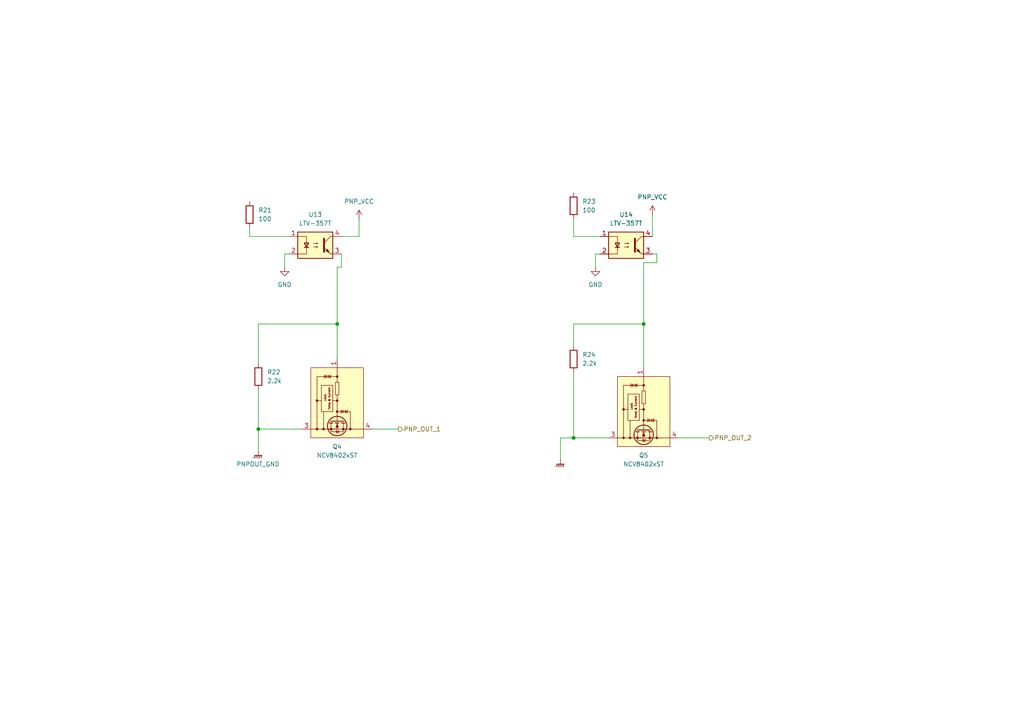
<source format=kicad_sch>
(kicad_sch
	(version 20250114)
	(generator "eeschema")
	(generator_version "9.0")
	(uuid "f05f06e6-9e8a-42a9-aba8-8fb7b834c91d")
	(paper "A4")
	(lib_symbols
		(symbol "Device:R"
			(pin_numbers
				(hide yes)
			)
			(pin_names
				(offset 0)
			)
			(exclude_from_sim no)
			(in_bom yes)
			(on_board yes)
			(property "Reference" "R"
				(at 2.032 0 90)
				(effects
					(font
						(size 1.27 1.27)
					)
				)
			)
			(property "Value" "R"
				(at 0 0 90)
				(effects
					(font
						(size 1.27 1.27)
					)
				)
			)
			(property "Footprint" ""
				(at -1.778 0 90)
				(effects
					(font
						(size 1.27 1.27)
					)
					(hide yes)
				)
			)
			(property "Datasheet" "~"
				(at 0 0 0)
				(effects
					(font
						(size 1.27 1.27)
					)
					(hide yes)
				)
			)
			(property "Description" "Resistor"
				(at 0 0 0)
				(effects
					(font
						(size 1.27 1.27)
					)
					(hide yes)
				)
			)
			(property "ki_keywords" "R res resistor"
				(at 0 0 0)
				(effects
					(font
						(size 1.27 1.27)
					)
					(hide yes)
				)
			)
			(property "ki_fp_filters" "R_*"
				(at 0 0 0)
				(effects
					(font
						(size 1.27 1.27)
					)
					(hide yes)
				)
			)
			(symbol "R_0_1"
				(rectangle
					(start -1.016 -2.54)
					(end 1.016 2.54)
					(stroke
						(width 0.254)
						(type default)
					)
					(fill
						(type none)
					)
				)
			)
			(symbol "R_1_1"
				(pin passive line
					(at 0 3.81 270)
					(length 1.27)
					(name "~"
						(effects
							(font
								(size 1.27 1.27)
							)
						)
					)
					(number "1"
						(effects
							(font
								(size 1.27 1.27)
							)
						)
					)
				)
				(pin passive line
					(at 0 -3.81 90)
					(length 1.27)
					(name "~"
						(effects
							(font
								(size 1.27 1.27)
							)
						)
					)
					(number "2"
						(effects
							(font
								(size 1.27 1.27)
							)
						)
					)
				)
			)
			(embedded_fonts no)
		)
		(symbol "Driver_FET:NCV8402xST"
			(pin_names
				(offset 0)
				(hide yes)
			)
			(exclude_from_sim no)
			(in_bom yes)
			(on_board yes)
			(property "Reference" "Q"
				(at 5.08 8.89 0)
				(effects
					(font
						(size 1.27 1.27)
					)
					(justify right)
				)
			)
			(property "Value" "NCV8402xST"
				(at -11.43 8.89 0)
				(effects
					(font
						(size 1.27 1.27)
					)
					(justify left)
				)
			)
			(property "Footprint" "Package_TO_SOT_SMD:SOT-223"
				(at 0 -7.112 0)
				(effects
					(font
						(size 1.27 1.27)
					)
					(hide yes)
				)
			)
			(property "Datasheet" "https://www.onsemi.com/pub/Collateral/NCV8402-D.PDF"
				(at 7.62 0 0)
				(effects
					(font
						(size 1.27 1.27)
					)
					(hide yes)
				)
			)
			(property "Description" "Self-Protected Low Side Driver with Temperature and Current Limit, SOT−223"
				(at 0 0 0)
				(effects
					(font
						(size 1.27 1.27)
					)
					(hide yes)
				)
			)
			(property "ki_keywords" "MOSFET ESD Overcurrent"
				(at 0 0 0)
				(effects
					(font
						(size 1.27 1.27)
					)
					(hide yes)
				)
			)
			(property "ki_fp_filters" "SOT?223*"
				(at 0 0 0)
				(effects
					(font
						(size 1.27 1.27)
					)
					(hide yes)
				)
			)
			(symbol "NCV8402xST_0_0"
				(rectangle
					(start -10.16 7.62)
					(end 10.16 -7.62)
					(stroke
						(width 0)
						(type default)
					)
					(fill
						(type background)
					)
				)
				(rectangle
					(start -5.969 0.508)
					(end -2.286 -0.508)
					(stroke
						(width 0)
						(type default)
					)
					(fill
						(type none)
					)
				)
				(polyline
					(pts
						(xy -0.635 -1.27) (xy -0.635 -0.635) (xy -0.635 0)
					)
					(stroke
						(width 0)
						(type default)
					)
					(fill
						(type none)
					)
				)
				(polyline
					(pts
						(xy -0.635 -5.842) (xy -7.62 -5.842) (xy -7.62 0) (xy -6.096 0)
					)
					(stroke
						(width 0)
						(type default)
					)
					(fill
						(type none)
					)
				)
				(polyline
					(pts
						(xy 2.54 0) (xy -2.286 0) (xy -0.889 0)
					)
					(stroke
						(width 0)
						(type default)
					)
					(fill
						(type none)
					)
				)
				(polyline
					(pts
						(xy 2.54 0) (xy 2.54 3.81) (xy 7.62 3.81)
					)
					(stroke
						(width 0)
						(type default)
					)
					(fill
						(type none)
					)
				)
				(polyline
					(pts
						(xy 7.62 2.54) (xy 7.62 7.62)
					)
					(stroke
						(width 0)
						(type default)
					)
					(fill
						(type none)
					)
				)
				(polyline
					(pts
						(xy 7.62 2.54) (xy 7.62 -7.62)
					)
					(stroke
						(width 0)
						(type default)
					)
					(fill
						(type none)
					)
				)
				(polyline
					(pts
						(xy 7.62 -5.842) (xy -0.635 -5.842) (xy -0.635 -4.572)
					)
					(stroke
						(width 0)
						(type default)
					)
					(fill
						(type none)
					)
				)
				(text "Limit"
					(at -1.524 -3.429 0)
					(effects
						(font
							(size 0.5334 0.5334)
						)
					)
				)
				(text "Temp & Current"
					(at -1.27 -2.286 0)
					(effects
						(font
							(size 0.5334 0.5334)
						)
					)
				)
			)
			(symbol "NCV8402xST_0_1"
				(polyline
					(pts
						(xy -7.62 0) (xy -10.16 0)
					)
					(stroke
						(width 0)
						(type default)
					)
					(fill
						(type none)
					)
				)
				(rectangle
					(start -5.08 -1.27)
					(end 2.54 -4.572)
					(stroke
						(width 0)
						(type default)
					)
					(fill
						(type none)
					)
				)
				(polyline
					(pts
						(xy 7.62 -3.937) (xy 2.667 -3.937)
					)
					(stroke
						(width 0)
						(type default)
					)
					(fill
						(type none)
					)
				)
			)
			(symbol "NCV8402xST_1_1"
				(polyline
					(pts
						(xy -8.128 -1.778) (xy -8.001 -1.905) (xy -7.239 -1.905) (xy -7.112 -2.032)
					)
					(stroke
						(width 0)
						(type default)
					)
					(fill
						(type none)
					)
				)
				(circle
					(center -7.62 0)
					(radius 0.2794)
					(stroke
						(width 0)
						(type default)
					)
					(fill
						(type outline)
					)
				)
				(polyline
					(pts
						(xy -7.62 -1.905) (xy -8.001 -2.54) (xy -7.239 -2.54) (xy -7.62 -1.905)
					)
					(stroke
						(width 0)
						(type default)
					)
					(fill
						(type none)
					)
				)
				(polyline
					(pts
						(xy -7.62 -3.683) (xy -7.239 -3.048) (xy -8.001 -3.048) (xy -7.62 -3.683)
					)
					(stroke
						(width 0)
						(type default)
					)
					(fill
						(type none)
					)
				)
				(polyline
					(pts
						(xy -7.112 -3.81) (xy -7.239 -3.683) (xy -8.001 -3.683) (xy -8.128 -3.556)
					)
					(stroke
						(width 0)
						(type default)
					)
					(fill
						(type none)
					)
				)
				(circle
					(center -0.635 0)
					(radius 0.2794)
					(stroke
						(width 0)
						(type default)
					)
					(fill
						(type outline)
					)
				)
				(circle
					(center -0.635 -5.842)
					(radius 0.2794)
					(stroke
						(width 0)
						(type default)
					)
					(fill
						(type outline)
					)
				)
				(polyline
					(pts
						(xy 2.032 3.048) (xy 2.159 2.921) (xy 2.921 2.921) (xy 3.048 2.794)
					)
					(stroke
						(width 0)
						(type default)
					)
					(fill
						(type none)
					)
				)
				(polyline
					(pts
						(xy 2.54 2.921) (xy 2.159 2.286) (xy 2.921 2.286) (xy 2.54 2.921)
					)
					(stroke
						(width 0)
						(type default)
					)
					(fill
						(type none)
					)
				)
				(polyline
					(pts
						(xy 2.54 1.143) (xy 2.921 1.778) (xy 2.159 1.778) (xy 2.54 1.143)
					)
					(stroke
						(width 0)
						(type default)
					)
					(fill
						(type none)
					)
				)
				(polyline
					(pts
						(xy 2.54 0) (xy 5.334 0)
					)
					(stroke
						(width 0)
						(type default)
					)
					(fill
						(type none)
					)
				)
				(circle
					(center 2.54 0)
					(radius 0.2794)
					(stroke
						(width 0)
						(type default)
					)
					(fill
						(type outline)
					)
				)
				(polyline
					(pts
						(xy 3.048 1.016) (xy 2.921 1.143) (xy 2.159 1.143) (xy 2.032 1.27)
					)
					(stroke
						(width 0)
						(type default)
					)
					(fill
						(type none)
					)
				)
				(polyline
					(pts
						(xy 5.334 1.905) (xy 5.334 -1.905) (xy 5.334 -1.905)
					)
					(stroke
						(width 0.254)
						(type default)
					)
					(fill
						(type none)
					)
				)
				(polyline
					(pts
						(xy 5.842 2.286) (xy 5.842 1.27)
					)
					(stroke
						(width 0.254)
						(type default)
					)
					(fill
						(type none)
					)
				)
				(polyline
					(pts
						(xy 5.842 1.778) (xy 7.62 1.778)
					)
					(stroke
						(width 0)
						(type default)
					)
					(fill
						(type none)
					)
				)
				(polyline
					(pts
						(xy 5.842 0.508) (xy 5.842 -0.508)
					)
					(stroke
						(width 0.254)
						(type default)
					)
					(fill
						(type none)
					)
				)
				(polyline
					(pts
						(xy 5.842 0) (xy 7.62 0)
					)
					(stroke
						(width 0)
						(type default)
					)
					(fill
						(type none)
					)
				)
				(polyline
					(pts
						(xy 5.842 -1.27) (xy 5.842 -2.286)
					)
					(stroke
						(width 0.254)
						(type default)
					)
					(fill
						(type none)
					)
				)
				(polyline
					(pts
						(xy 5.842 -1.778) (xy 7.62 -1.778)
					)
					(stroke
						(width 0)
						(type default)
					)
					(fill
						(type none)
					)
				)
				(polyline
					(pts
						(xy 6.096 0) (xy 7.112 0.381) (xy 7.112 -0.381) (xy 6.096 0)
					)
					(stroke
						(width 0)
						(type default)
					)
					(fill
						(type outline)
					)
				)
				(circle
					(center 6.731 0)
					(radius 2.8194)
					(stroke
						(width 0.254)
						(type default)
					)
					(fill
						(type none)
					)
				)
				(circle
					(center 7.62 3.81)
					(radius 0.2794)
					(stroke
						(width 0)
						(type default)
					)
					(fill
						(type outline)
					)
				)
				(polyline
					(pts
						(xy 7.62 2.54) (xy 7.62 1.778)
					)
					(stroke
						(width 0)
						(type default)
					)
					(fill
						(type none)
					)
				)
				(circle
					(center 7.62 1.778)
					(radius 0.2794)
					(stroke
						(width 0)
						(type default)
					)
					(fill
						(type outline)
					)
				)
				(polyline
					(pts
						(xy 7.62 -1.778) (xy 7.62 0)
					)
					(stroke
						(width 0)
						(type default)
					)
					(fill
						(type none)
					)
				)
				(polyline
					(pts
						(xy 7.62 -1.778) (xy 7.62 -2.54)
					)
					(stroke
						(width 0)
						(type default)
					)
					(fill
						(type none)
					)
				)
				(polyline
					(pts
						(xy 7.62 -1.778) (xy 8.382 -1.778) (xy 8.382 1.778) (xy 7.62 1.778)
					)
					(stroke
						(width 0)
						(type default)
					)
					(fill
						(type none)
					)
				)
				(circle
					(center 7.62 -1.778)
					(radius 0.2794)
					(stroke
						(width 0)
						(type default)
					)
					(fill
						(type outline)
					)
				)
				(circle
					(center 7.62 -3.937)
					(radius 0.2794)
					(stroke
						(width 0)
						(type default)
					)
					(fill
						(type outline)
					)
				)
				(circle
					(center 7.62 -5.842)
					(radius 0.2794)
					(stroke
						(width 0)
						(type default)
					)
					(fill
						(type outline)
					)
				)
				(polyline
					(pts
						(xy 7.874 0.508) (xy 8.001 0.381) (xy 8.763 0.381) (xy 8.89 0.254)
					)
					(stroke
						(width 0)
						(type default)
					)
					(fill
						(type none)
					)
				)
				(polyline
					(pts
						(xy 8.382 0.381) (xy 8.001 -0.254) (xy 8.763 -0.254) (xy 8.382 0.381)
					)
					(stroke
						(width 0)
						(type default)
					)
					(fill
						(type none)
					)
				)
				(pin input line
					(at -12.7 0 0)
					(length 2.54)
					(name "G"
						(effects
							(font
								(size 1.27 1.27)
							)
						)
					)
					(number "1"
						(effects
							(font
								(size 1.27 1.27)
							)
						)
					)
				)
				(pin passive line
					(at 7.62 10.16 270)
					(length 2.54)
					(hide yes)
					(name "D"
						(effects
							(font
								(size 1.27 1.27)
							)
						)
					)
					(number "2"
						(effects
							(font
								(size 1.27 1.27)
							)
						)
					)
				)
				(pin passive line
					(at 7.62 10.16 270)
					(length 2.54)
					(name "D"
						(effects
							(font
								(size 1.27 1.27)
							)
						)
					)
					(number "4"
						(effects
							(font
								(size 1.27 1.27)
							)
						)
					)
				)
				(pin passive line
					(at 7.62 -10.16 90)
					(length 2.54)
					(name "S"
						(effects
							(font
								(size 1.27 1.27)
							)
						)
					)
					(number "3"
						(effects
							(font
								(size 1.27 1.27)
							)
						)
					)
				)
			)
			(embedded_fonts no)
		)
		(symbol "Isolator:LTV-357T"
			(pin_names
				(offset 1.016)
			)
			(exclude_from_sim no)
			(in_bom yes)
			(on_board yes)
			(property "Reference" "U"
				(at -5.334 4.826 0)
				(effects
					(font
						(size 1.27 1.27)
					)
					(justify left)
				)
			)
			(property "Value" "LTV-357T"
				(at 0 5.08 0)
				(effects
					(font
						(size 1.27 1.27)
					)
					(justify left)
				)
			)
			(property "Footprint" "Package_SO:SO-4_4.4x3.6mm_P2.54mm"
				(at -5.08 -5.08 0)
				(effects
					(font
						(size 1.27 1.27)
						(italic yes)
					)
					(justify left)
					(hide yes)
				)
			)
			(property "Datasheet" "https://www.buerklin.com/medias/sys_master/download/download/h91/ha0/8892020588574.pdf"
				(at 0 0 0)
				(effects
					(font
						(size 1.27 1.27)
					)
					(justify left)
					(hide yes)
				)
			)
			(property "Description" "DC Optocoupler, Vce 35V, CTR 50%, SO-4"
				(at 0 0 0)
				(effects
					(font
						(size 1.27 1.27)
					)
					(hide yes)
				)
			)
			(property "ki_keywords" "NPN DC Optocoupler"
				(at 0 0 0)
				(effects
					(font
						(size 1.27 1.27)
					)
					(hide yes)
				)
			)
			(property "ki_fp_filters" "SO*4.4x3.6mm*P2.54mm*"
				(at 0 0 0)
				(effects
					(font
						(size 1.27 1.27)
					)
					(hide yes)
				)
			)
			(symbol "LTV-357T_0_1"
				(rectangle
					(start -5.08 3.81)
					(end 5.08 -3.81)
					(stroke
						(width 0.254)
						(type default)
					)
					(fill
						(type background)
					)
				)
				(polyline
					(pts
						(xy -5.08 2.54) (xy -2.54 2.54) (xy -2.54 -0.762)
					)
					(stroke
						(width 0)
						(type default)
					)
					(fill
						(type none)
					)
				)
				(polyline
					(pts
						(xy -3.175 -0.635) (xy -1.905 -0.635)
					)
					(stroke
						(width 0.254)
						(type default)
					)
					(fill
						(type none)
					)
				)
				(polyline
					(pts
						(xy -2.54 -0.635) (xy -2.54 -2.54) (xy -5.08 -2.54)
					)
					(stroke
						(width 0)
						(type default)
					)
					(fill
						(type none)
					)
				)
				(polyline
					(pts
						(xy -2.54 -0.635) (xy -3.175 0.635) (xy -1.905 0.635) (xy -2.54 -0.635)
					)
					(stroke
						(width 0.254)
						(type default)
					)
					(fill
						(type none)
					)
				)
				(polyline
					(pts
						(xy -0.508 0.508) (xy 0.762 0.508) (xy 0.381 0.381) (xy 0.381 0.635) (xy 0.762 0.508)
					)
					(stroke
						(width 0)
						(type default)
					)
					(fill
						(type none)
					)
				)
				(polyline
					(pts
						(xy -0.508 -0.508) (xy 0.762 -0.508) (xy 0.381 -0.635) (xy 0.381 -0.381) (xy 0.762 -0.508)
					)
					(stroke
						(width 0)
						(type default)
					)
					(fill
						(type none)
					)
				)
				(polyline
					(pts
						(xy 2.54 1.905) (xy 2.54 -1.905) (xy 2.54 -1.905)
					)
					(stroke
						(width 0.508)
						(type default)
					)
					(fill
						(type none)
					)
				)
				(polyline
					(pts
						(xy 2.54 0.635) (xy 4.445 2.54)
					)
					(stroke
						(width 0)
						(type default)
					)
					(fill
						(type none)
					)
				)
				(polyline
					(pts
						(xy 3.048 -1.651) (xy 3.556 -1.143) (xy 4.064 -2.159) (xy 3.048 -1.651) (xy 3.048 -1.651)
					)
					(stroke
						(width 0)
						(type default)
					)
					(fill
						(type outline)
					)
				)
				(polyline
					(pts
						(xy 4.445 2.54) (xy 5.08 2.54)
					)
					(stroke
						(width 0)
						(type default)
					)
					(fill
						(type none)
					)
				)
				(polyline
					(pts
						(xy 4.445 -2.54) (xy 2.54 -0.635)
					)
					(stroke
						(width 0)
						(type default)
					)
					(fill
						(type outline)
					)
				)
				(polyline
					(pts
						(xy 4.445 -2.54) (xy 5.08 -2.54)
					)
					(stroke
						(width 0)
						(type default)
					)
					(fill
						(type none)
					)
				)
			)
			(symbol "LTV-357T_1_1"
				(pin passive line
					(at -7.62 2.54 0)
					(length 2.54)
					(name "~"
						(effects
							(font
								(size 1.27 1.27)
							)
						)
					)
					(number "1"
						(effects
							(font
								(size 1.27 1.27)
							)
						)
					)
				)
				(pin passive line
					(at -7.62 -2.54 0)
					(length 2.54)
					(name "~"
						(effects
							(font
								(size 1.27 1.27)
							)
						)
					)
					(number "2"
						(effects
							(font
								(size 1.27 1.27)
							)
						)
					)
				)
				(pin passive line
					(at 7.62 2.54 180)
					(length 2.54)
					(name "~"
						(effects
							(font
								(size 1.27 1.27)
							)
						)
					)
					(number "4"
						(effects
							(font
								(size 1.27 1.27)
							)
						)
					)
				)
				(pin passive line
					(at 7.62 -2.54 180)
					(length 2.54)
					(name "~"
						(effects
							(font
								(size 1.27 1.27)
							)
						)
					)
					(number "3"
						(effects
							(font
								(size 1.27 1.27)
							)
						)
					)
				)
			)
			(embedded_fonts no)
		)
		(symbol "power:GND"
			(power)
			(pin_numbers
				(hide yes)
			)
			(pin_names
				(offset 0)
				(hide yes)
			)
			(exclude_from_sim no)
			(in_bom yes)
			(on_board yes)
			(property "Reference" "#PWR"
				(at 0 -6.35 0)
				(effects
					(font
						(size 1.27 1.27)
					)
					(hide yes)
				)
			)
			(property "Value" "GND"
				(at 0 -3.81 0)
				(effects
					(font
						(size 1.27 1.27)
					)
				)
			)
			(property "Footprint" ""
				(at 0 0 0)
				(effects
					(font
						(size 1.27 1.27)
					)
					(hide yes)
				)
			)
			(property "Datasheet" ""
				(at 0 0 0)
				(effects
					(font
						(size 1.27 1.27)
					)
					(hide yes)
				)
			)
			(property "Description" "Power symbol creates a global label with name \"GND\" , ground"
				(at 0 0 0)
				(effects
					(font
						(size 1.27 1.27)
					)
					(hide yes)
				)
			)
			(property "ki_keywords" "global power"
				(at 0 0 0)
				(effects
					(font
						(size 1.27 1.27)
					)
					(hide yes)
				)
			)
			(symbol "GND_0_1"
				(polyline
					(pts
						(xy 0 0) (xy 0 -1.27) (xy 1.27 -1.27) (xy 0 -2.54) (xy -1.27 -1.27) (xy 0 -1.27)
					)
					(stroke
						(width 0)
						(type default)
					)
					(fill
						(type none)
					)
				)
			)
			(symbol "GND_1_1"
				(pin power_in line
					(at 0 0 270)
					(length 0)
					(name "~"
						(effects
							(font
								(size 1.27 1.27)
							)
						)
					)
					(number "1"
						(effects
							(font
								(size 1.27 1.27)
							)
						)
					)
				)
			)
			(embedded_fonts no)
		)
		(symbol "power:GNDPWR"
			(power)
			(pin_numbers
				(hide yes)
			)
			(pin_names
				(offset 0)
				(hide yes)
			)
			(exclude_from_sim no)
			(in_bom yes)
			(on_board yes)
			(property "Reference" "#PWR"
				(at 0 -5.08 0)
				(effects
					(font
						(size 1.27 1.27)
					)
					(hide yes)
				)
			)
			(property "Value" "GNDPWR"
				(at 0 -3.302 0)
				(effects
					(font
						(size 1.27 1.27)
					)
				)
			)
			(property "Footprint" ""
				(at 0 -1.27 0)
				(effects
					(font
						(size 1.27 1.27)
					)
					(hide yes)
				)
			)
			(property "Datasheet" ""
				(at 0 -1.27 0)
				(effects
					(font
						(size 1.27 1.27)
					)
					(hide yes)
				)
			)
			(property "Description" "Power symbol creates a global label with name \"GNDPWR\" , global ground"
				(at 0 0 0)
				(effects
					(font
						(size 1.27 1.27)
					)
					(hide yes)
				)
			)
			(property "ki_keywords" "global ground"
				(at 0 0 0)
				(effects
					(font
						(size 1.27 1.27)
					)
					(hide yes)
				)
			)
			(symbol "GNDPWR_0_1"
				(polyline
					(pts
						(xy -1.016 -1.27) (xy -1.27 -2.032) (xy -1.27 -2.032)
					)
					(stroke
						(width 0.2032)
						(type default)
					)
					(fill
						(type none)
					)
				)
				(polyline
					(pts
						(xy -0.508 -1.27) (xy -0.762 -2.032) (xy -0.762 -2.032)
					)
					(stroke
						(width 0.2032)
						(type default)
					)
					(fill
						(type none)
					)
				)
				(polyline
					(pts
						(xy 0 -1.27) (xy 0 0)
					)
					(stroke
						(width 0)
						(type default)
					)
					(fill
						(type none)
					)
				)
				(polyline
					(pts
						(xy 0 -1.27) (xy -0.254 -2.032) (xy -0.254 -2.032)
					)
					(stroke
						(width 0.2032)
						(type default)
					)
					(fill
						(type none)
					)
				)
				(polyline
					(pts
						(xy 0.508 -1.27) (xy 0.254 -2.032) (xy 0.254 -2.032)
					)
					(stroke
						(width 0.2032)
						(type default)
					)
					(fill
						(type none)
					)
				)
				(polyline
					(pts
						(xy 1.016 -1.27) (xy -1.016 -1.27) (xy -1.016 -1.27)
					)
					(stroke
						(width 0.2032)
						(type default)
					)
					(fill
						(type none)
					)
				)
				(polyline
					(pts
						(xy 1.016 -1.27) (xy 0.762 -2.032) (xy 0.762 -2.032) (xy 0.762 -2.032)
					)
					(stroke
						(width 0.2032)
						(type default)
					)
					(fill
						(type none)
					)
				)
			)
			(symbol "GNDPWR_1_1"
				(pin power_in line
					(at 0 0 270)
					(length 0)
					(name "~"
						(effects
							(font
								(size 1.27 1.27)
							)
						)
					)
					(number "1"
						(effects
							(font
								(size 1.27 1.27)
							)
						)
					)
				)
			)
			(embedded_fonts no)
		)
		(symbol "power:VCC"
			(power)
			(pin_numbers
				(hide yes)
			)
			(pin_names
				(offset 0)
				(hide yes)
			)
			(exclude_from_sim no)
			(in_bom yes)
			(on_board yes)
			(property "Reference" "#PWR"
				(at 0 -3.81 0)
				(effects
					(font
						(size 1.27 1.27)
					)
					(hide yes)
				)
			)
			(property "Value" "VCC"
				(at 0 3.556 0)
				(effects
					(font
						(size 1.27 1.27)
					)
				)
			)
			(property "Footprint" ""
				(at 0 0 0)
				(effects
					(font
						(size 1.27 1.27)
					)
					(hide yes)
				)
			)
			(property "Datasheet" ""
				(at 0 0 0)
				(effects
					(font
						(size 1.27 1.27)
					)
					(hide yes)
				)
			)
			(property "Description" "Power symbol creates a global label with name \"VCC\""
				(at 0 0 0)
				(effects
					(font
						(size 1.27 1.27)
					)
					(hide yes)
				)
			)
			(property "ki_keywords" "global power"
				(at 0 0 0)
				(effects
					(font
						(size 1.27 1.27)
					)
					(hide yes)
				)
			)
			(symbol "VCC_0_1"
				(polyline
					(pts
						(xy -0.762 1.27) (xy 0 2.54)
					)
					(stroke
						(width 0)
						(type default)
					)
					(fill
						(type none)
					)
				)
				(polyline
					(pts
						(xy 0 2.54) (xy 0.762 1.27)
					)
					(stroke
						(width 0)
						(type default)
					)
					(fill
						(type none)
					)
				)
				(polyline
					(pts
						(xy 0 0) (xy 0 2.54)
					)
					(stroke
						(width 0)
						(type default)
					)
					(fill
						(type none)
					)
				)
			)
			(symbol "VCC_1_1"
				(pin power_in line
					(at 0 0 90)
					(length 0)
					(name "~"
						(effects
							(font
								(size 1.27 1.27)
							)
						)
					)
					(number "1"
						(effects
							(font
								(size 1.27 1.27)
							)
						)
					)
				)
			)
			(embedded_fonts no)
		)
	)
	(junction
		(at 97.79 93.98)
		(diameter 0)
		(color 0 0 0 0)
		(uuid "39c96e9a-abe5-4030-aa13-a8fd8aaa1d1b")
	)
	(junction
		(at 74.93 124.46)
		(diameter 0)
		(color 0 0 0 0)
		(uuid "90da4755-18ef-48cd-b717-fb97fbec4376")
	)
	(junction
		(at 166.37 127)
		(diameter 0)
		(color 0 0 0 0)
		(uuid "d0d3c8d5-3913-432b-99d5-9269c0a53892")
	)
	(junction
		(at 186.69 93.98)
		(diameter 0)
		(color 0 0 0 0)
		(uuid "ea420edd-6fd3-440e-9ed2-391380b90098")
	)
	(wire
		(pts
			(xy 162.56 127) (xy 166.37 127)
		)
		(stroke
			(width 0)
			(type default)
		)
		(uuid "0bb7cdf5-557c-40af-8bdc-34da9b34598d")
	)
	(wire
		(pts
			(xy 107.95 124.46) (xy 115.57 124.46)
		)
		(stroke
			(width 0)
			(type default)
		)
		(uuid "11398cb7-b06d-4a00-9881-a58c6710a233")
	)
	(wire
		(pts
			(xy 72.39 68.58) (xy 83.82 68.58)
		)
		(stroke
			(width 0)
			(type default)
		)
		(uuid "12755c11-30c1-4a9c-8a19-d5dbc5dee35d")
	)
	(wire
		(pts
			(xy 104.14 68.58) (xy 99.06 68.58)
		)
		(stroke
			(width 0)
			(type default)
		)
		(uuid "167a5406-6397-4afb-8225-845f372a85e2")
	)
	(wire
		(pts
			(xy 172.72 73.66) (xy 173.99 73.66)
		)
		(stroke
			(width 0)
			(type default)
		)
		(uuid "176ecaf1-17ea-4048-90a8-7bb1a4730d9f")
	)
	(wire
		(pts
			(xy 74.93 93.98) (xy 97.79 93.98)
		)
		(stroke
			(width 0)
			(type default)
		)
		(uuid "1954a665-4202-4dad-a5ec-8e7bc081a4c3")
	)
	(wire
		(pts
			(xy 162.56 127) (xy 162.56 133.35)
		)
		(stroke
			(width 0)
			(type default)
		)
		(uuid "20c0c54e-0b17-4e78-a6b1-3dd865310c3f")
	)
	(wire
		(pts
			(xy 97.79 104.14) (xy 97.79 93.98)
		)
		(stroke
			(width 0)
			(type default)
		)
		(uuid "24d1300e-ddc6-4e57-a87e-d5286ae963de")
	)
	(wire
		(pts
			(xy 186.69 76.2) (xy 190.5 76.2)
		)
		(stroke
			(width 0)
			(type default)
		)
		(uuid "34b71abd-c3bf-414c-9766-2a1b5adb4113")
	)
	(wire
		(pts
			(xy 72.39 66.04) (xy 72.39 68.58)
		)
		(stroke
			(width 0)
			(type default)
		)
		(uuid "4c360b1d-a0a9-4cce-a5c8-f61bdd6fe3c3")
	)
	(wire
		(pts
			(xy 74.93 130.81) (xy 74.93 124.46)
		)
		(stroke
			(width 0)
			(type default)
		)
		(uuid "4ed8be1e-439c-4880-9b12-6c96245dccb5")
	)
	(wire
		(pts
			(xy 166.37 93.98) (xy 186.69 93.98)
		)
		(stroke
			(width 0)
			(type default)
		)
		(uuid "50947d51-aff3-414f-b4ae-e8523f1c5e6c")
	)
	(wire
		(pts
			(xy 97.79 93.98) (xy 97.79 77.47)
		)
		(stroke
			(width 0)
			(type default)
		)
		(uuid "56d8c095-f2f6-4e9c-8375-557e4b87d806")
	)
	(wire
		(pts
			(xy 97.79 77.47) (xy 99.06 77.47)
		)
		(stroke
			(width 0)
			(type default)
		)
		(uuid "58b673d0-0080-4bf8-a0d8-4ae29feb5ba4")
	)
	(wire
		(pts
			(xy 166.37 107.95) (xy 166.37 127)
		)
		(stroke
			(width 0)
			(type default)
		)
		(uuid "5de35fa1-ab29-4cfc-9b61-bf2179d077e9")
	)
	(wire
		(pts
			(xy 190.5 73.66) (xy 190.5 76.2)
		)
		(stroke
			(width 0)
			(type default)
		)
		(uuid "65769086-4e66-4c94-9edb-fc52b5251958")
	)
	(wire
		(pts
			(xy 196.85 127) (xy 205.74 127)
		)
		(stroke
			(width 0)
			(type default)
		)
		(uuid "8506268c-e01c-4e94-8690-0d551fbfcb9c")
	)
	(wire
		(pts
			(xy 82.55 77.47) (xy 82.55 73.66)
		)
		(stroke
			(width 0)
			(type default)
		)
		(uuid "8759c0c9-12b6-4a30-8474-7e2ba4a3409d")
	)
	(wire
		(pts
			(xy 166.37 127) (xy 176.53 127)
		)
		(stroke
			(width 0)
			(type default)
		)
		(uuid "8db895a1-26c2-4b18-b6f3-1b99640d5fb6")
	)
	(wire
		(pts
			(xy 189.23 62.23) (xy 189.23 68.58)
		)
		(stroke
			(width 0)
			(type default)
		)
		(uuid "8f6a8d08-a72d-4852-8344-30fe474fce15")
	)
	(wire
		(pts
			(xy 74.93 113.03) (xy 74.93 124.46)
		)
		(stroke
			(width 0)
			(type default)
		)
		(uuid "90d61fdf-58c2-4a65-865a-77ba1055159a")
	)
	(wire
		(pts
			(xy 74.93 105.41) (xy 74.93 93.98)
		)
		(stroke
			(width 0)
			(type default)
		)
		(uuid "9367056a-420d-4793-b93f-dcb5f4968451")
	)
	(wire
		(pts
			(xy 166.37 100.33) (xy 166.37 93.98)
		)
		(stroke
			(width 0)
			(type default)
		)
		(uuid "9bd9b7db-7a1a-4203-acc2-6c787ad8e8e0")
	)
	(wire
		(pts
			(xy 186.69 93.98) (xy 186.69 76.2)
		)
		(stroke
			(width 0)
			(type default)
		)
		(uuid "a3dd3909-cedd-4d40-9d99-acff12f31552")
	)
	(wire
		(pts
			(xy 74.93 124.46) (xy 87.63 124.46)
		)
		(stroke
			(width 0)
			(type default)
		)
		(uuid "a49c2ce0-32c5-4ce1-994c-7a0298afe0ef")
	)
	(wire
		(pts
			(xy 172.72 77.47) (xy 172.72 73.66)
		)
		(stroke
			(width 0)
			(type default)
		)
		(uuid "bd13ac11-f263-449c-8612-eab68e83e589")
	)
	(wire
		(pts
			(xy 166.37 68.58) (xy 173.99 68.58)
		)
		(stroke
			(width 0)
			(type default)
		)
		(uuid "cc88f3f4-42b8-437c-8309-1ed08b74c909")
	)
	(wire
		(pts
			(xy 104.14 63.5) (xy 104.14 68.58)
		)
		(stroke
			(width 0)
			(type default)
		)
		(uuid "cdaedf58-6964-45a9-af6e-2857d9bf05f5")
	)
	(wire
		(pts
			(xy 189.23 73.66) (xy 190.5 73.66)
		)
		(stroke
			(width 0)
			(type default)
		)
		(uuid "d6583610-6168-4a0b-a8dd-e1e224994aa6")
	)
	(wire
		(pts
			(xy 166.37 63.5) (xy 166.37 68.58)
		)
		(stroke
			(width 0)
			(type default)
		)
		(uuid "daed29e7-59df-4efe-bfc6-2fd03142cc6d")
	)
	(wire
		(pts
			(xy 82.55 73.66) (xy 83.82 73.66)
		)
		(stroke
			(width 0)
			(type default)
		)
		(uuid "db4ac2c1-ac10-4b5f-942f-193b58897d6c")
	)
	(wire
		(pts
			(xy 99.06 77.47) (xy 99.06 73.66)
		)
		(stroke
			(width 0)
			(type default)
		)
		(uuid "e0d997bc-7ae9-448d-af41-eefbe11e4f1d")
	)
	(wire
		(pts
			(xy 186.69 106.68) (xy 186.69 93.98)
		)
		(stroke
			(width 0)
			(type default)
		)
		(uuid "e2ca9390-dbd1-49f9-a775-027d1c1ecbac")
	)
	(hierarchical_label "PNP_OUT_1"
		(shape output)
		(at 115.57 124.46 0)
		(effects
			(font
				(size 1.27 1.27)
			)
			(justify left)
		)
		(uuid "2f5b5c8b-6ba6-4166-a45b-87888445de73")
	)
	(hierarchical_label "PNP_OUT_2"
		(shape output)
		(at 205.74 127 0)
		(effects
			(font
				(size 1.27 1.27)
			)
			(justify left)
		)
		(uuid "3ff3a677-3235-42ff-ba74-a97daa30df74")
	)
	(symbol
		(lib_id "Driver_FET:NCV8402xST")
		(at 186.69 119.38 270)
		(unit 1)
		(exclude_from_sim no)
		(in_bom yes)
		(on_board yes)
		(dnp no)
		(fields_autoplaced yes)
		(uuid "24ffc3d3-348c-4c4e-8092-b33c18a7fcde")
		(property "Reference" "Q5"
			(at 186.69 132.08 90)
			(effects
				(font
					(size 1.27 1.27)
				)
			)
		)
		(property "Value" "NCV8402xST"
			(at 186.69 134.62 90)
			(effects
				(font
					(size 1.27 1.27)
				)
			)
		)
		(property "Footprint" "Package_TO_SOT_SMD:SOT-223"
			(at 179.578 119.38 0)
			(effects
				(font
					(size 1.27 1.27)
				)
				(hide yes)
			)
		)
		(property "Datasheet" "https://www.onsemi.com/pub/Collateral/NCV8402-D.PDF"
			(at 186.69 127 0)
			(effects
				(font
					(size 1.27 1.27)
				)
				(hide yes)
			)
		)
		(property "Description" "Self-Protected Low Side Driver with Temperature and Current Limit, SOT−223"
			(at 186.69 119.38 0)
			(effects
				(font
					(size 1.27 1.27)
				)
				(hide yes)
			)
		)
		(pin "2"
			(uuid "60ddeb59-ecb5-4d33-bacb-34b385de37eb")
		)
		(pin "4"
			(uuid "d7cac65b-7464-406e-a698-fe84d129830c")
		)
		(pin "1"
			(uuid "048511c8-2e7c-4d52-80c0-232d934c1268")
		)
		(pin "3"
			(uuid "58651321-5902-42b7-a548-061446034338")
		)
		(instances
			(project "NIVARA PROJECT"
				(path "/dc6fb271-dfd0-4448-98f1-862b1cc93a80/2ca62569-d560-4cca-9470-52fd378086ae/d82b4dad-668a-49c5-962f-01960242438d"
					(reference "Q5")
					(unit 1)
				)
			)
		)
	)
	(symbol
		(lib_id "Isolator:LTV-357T")
		(at 181.61 71.12 0)
		(unit 1)
		(exclude_from_sim no)
		(in_bom yes)
		(on_board yes)
		(dnp no)
		(fields_autoplaced yes)
		(uuid "277d8194-59c1-4ea0-9027-8f595b62e69b")
		(property "Reference" "U14"
			(at 181.61 62.23 0)
			(effects
				(font
					(size 1.27 1.27)
				)
			)
		)
		(property "Value" "LTV-357T"
			(at 181.61 64.77 0)
			(effects
				(font
					(size 1.27 1.27)
				)
			)
		)
		(property "Footprint" "Package_SO:SO-4_4.4x3.6mm_P2.54mm"
			(at 176.53 76.2 0)
			(effects
				(font
					(size 1.27 1.27)
					(italic yes)
				)
				(justify left)
				(hide yes)
			)
		)
		(property "Datasheet" "https://www.buerklin.com/medias/sys_master/download/download/h91/ha0/8892020588574.pdf"
			(at 181.61 71.12 0)
			(effects
				(font
					(size 1.27 1.27)
				)
				(justify left)
				(hide yes)
			)
		)
		(property "Description" "DC Optocoupler, Vce 35V, CTR 50%, SO-4"
			(at 181.61 71.12 0)
			(effects
				(font
					(size 1.27 1.27)
				)
				(hide yes)
			)
		)
		(pin "2"
			(uuid "325f8776-c8ea-455c-89a0-bf1fe9a89e4d")
		)
		(pin "1"
			(uuid "015debe0-b872-4b80-a828-2adeefe875dd")
		)
		(pin "4"
			(uuid "e1f86c31-5809-4319-8f84-05b53fe8e4cd")
		)
		(pin "3"
			(uuid "4ff17220-9a5f-4b23-a2eb-11d1582f8d95")
		)
		(instances
			(project "NIVARA PROJECT"
				(path "/dc6fb271-dfd0-4448-98f1-862b1cc93a80/2ca62569-d560-4cca-9470-52fd378086ae/d82b4dad-668a-49c5-962f-01960242438d"
					(reference "U14")
					(unit 1)
				)
			)
		)
	)
	(symbol
		(lib_id "power:GNDPWR")
		(at 162.56 133.35 0)
		(unit 1)
		(exclude_from_sim no)
		(in_bom yes)
		(on_board yes)
		(dnp no)
		(uuid "37533383-22ba-47e7-9743-391698dd24e8")
		(property "Reference" "#PWR058"
			(at 162.56 138.43 0)
			(effects
				(font
					(size 1.27 1.27)
				)
				(hide yes)
			)
		)
		(property "Value" "PNPOUT_GND"
			(at 177.673 143.51 0)
			(effects
				(font
					(size 1.27 1.27)
				)
				(hide yes)
			)
		)
		(property "Footprint" ""
			(at 162.56 134.62 0)
			(effects
				(font
					(size 1.27 1.27)
				)
				(hide yes)
			)
		)
		(property "Datasheet" ""
			(at 162.56 134.62 0)
			(effects
				(font
					(size 1.27 1.27)
				)
				(hide yes)
			)
		)
		(property "Description" "Power symbol creates a global label with name \"GNDPWR\" , global ground"
			(at 162.56 133.35 0)
			(effects
				(font
					(size 1.27 1.27)
				)
				(hide yes)
			)
		)
		(pin "1"
			(uuid "7dceda5f-f1e6-43ed-b732-13b98771bfb2")
		)
		(instances
			(project "NIVARA PROJECT"
				(path "/dc6fb271-dfd0-4448-98f1-862b1cc93a80/2ca62569-d560-4cca-9470-52fd378086ae/d82b4dad-668a-49c5-962f-01960242438d"
					(reference "#PWR058")
					(unit 1)
				)
			)
		)
	)
	(symbol
		(lib_id "power:GND")
		(at 172.72 77.47 0)
		(unit 1)
		(exclude_from_sim no)
		(in_bom yes)
		(on_board yes)
		(dnp no)
		(fields_autoplaced yes)
		(uuid "383ba9b0-985e-4a57-8b47-ed420d7d75fe")
		(property "Reference" "#PWR056"
			(at 172.72 83.82 0)
			(effects
				(font
					(size 1.27 1.27)
				)
				(hide yes)
			)
		)
		(property "Value" "GND"
			(at 172.72 82.55 0)
			(effects
				(font
					(size 1.27 1.27)
				)
			)
		)
		(property "Footprint" ""
			(at 172.72 77.47 0)
			(effects
				(font
					(size 1.27 1.27)
				)
				(hide yes)
			)
		)
		(property "Datasheet" ""
			(at 172.72 77.47 0)
			(effects
				(font
					(size 1.27 1.27)
				)
				(hide yes)
			)
		)
		(property "Description" "Power symbol creates a global label with name \"GND\" , ground"
			(at 172.72 77.47 0)
			(effects
				(font
					(size 1.27 1.27)
				)
				(hide yes)
			)
		)
		(pin "1"
			(uuid "963ec56e-f72d-4729-8d1d-bdfbe72e4bd0")
		)
		(instances
			(project "NIVARA PROJECT"
				(path "/dc6fb271-dfd0-4448-98f1-862b1cc93a80/2ca62569-d560-4cca-9470-52fd378086ae/d82b4dad-668a-49c5-962f-01960242438d"
					(reference "#PWR056")
					(unit 1)
				)
			)
		)
	)
	(symbol
		(lib_id "Device:R")
		(at 72.39 62.23 0)
		(unit 1)
		(exclude_from_sim no)
		(in_bom yes)
		(on_board yes)
		(dnp no)
		(fields_autoplaced yes)
		(uuid "4198919f-7791-4efd-82f1-9ec9375195fd")
		(property "Reference" "R21"
			(at 74.93 60.9599 0)
			(effects
				(font
					(size 1.27 1.27)
				)
				(justify left)
			)
		)
		(property "Value" "100"
			(at 74.93 63.4999 0)
			(effects
				(font
					(size 1.27 1.27)
				)
				(justify left)
			)
		)
		(property "Footprint" ""
			(at 70.612 62.23 90)
			(effects
				(font
					(size 1.27 1.27)
				)
				(hide yes)
			)
		)
		(property "Datasheet" "~"
			(at 72.39 62.23 0)
			(effects
				(font
					(size 1.27 1.27)
				)
				(hide yes)
			)
		)
		(property "Description" "Resistor"
			(at 72.39 62.23 0)
			(effects
				(font
					(size 1.27 1.27)
				)
				(hide yes)
			)
		)
		(pin "1"
			(uuid "97ba7fd9-4eaa-41f1-b517-a59ccd468c91")
		)
		(pin "2"
			(uuid "9194252c-c10f-4d9e-a009-ffeadb3ed1e5")
		)
		(instances
			(project "NIVARA PROJECT"
				(path "/dc6fb271-dfd0-4448-98f1-862b1cc93a80/2ca62569-d560-4cca-9470-52fd378086ae/d82b4dad-668a-49c5-962f-01960242438d"
					(reference "R21")
					(unit 1)
				)
			)
		)
	)
	(symbol
		(lib_id "power:GNDPWR")
		(at 74.93 130.81 0)
		(unit 1)
		(exclude_from_sim no)
		(in_bom yes)
		(on_board yes)
		(dnp no)
		(uuid "58a3f2de-c8b6-4ae2-81b0-798452bf573a")
		(property "Reference" "#PWR059"
			(at 74.93 135.89 0)
			(effects
				(font
					(size 1.27 1.27)
				)
				(hide yes)
			)
		)
		(property "Value" "PNPOUT_GND"
			(at 74.803 134.62 0)
			(effects
				(font
					(size 1.27 1.27)
				)
			)
		)
		(property "Footprint" ""
			(at 74.93 132.08 0)
			(effects
				(font
					(size 1.27 1.27)
				)
				(hide yes)
			)
		)
		(property "Datasheet" ""
			(at 74.93 132.08 0)
			(effects
				(font
					(size 1.27 1.27)
				)
				(hide yes)
			)
		)
		(property "Description" "Power symbol creates a global label with name \"GNDPWR\" , global ground"
			(at 74.93 130.81 0)
			(effects
				(font
					(size 1.27 1.27)
				)
				(hide yes)
			)
		)
		(pin "1"
			(uuid "37ad1e71-8dde-478f-8d0f-2f3b2f098511")
		)
		(instances
			(project "NIVARA PROJECT"
				(path "/dc6fb271-dfd0-4448-98f1-862b1cc93a80/2ca62569-d560-4cca-9470-52fd378086ae/d82b4dad-668a-49c5-962f-01960242438d"
					(reference "#PWR059")
					(unit 1)
				)
			)
		)
	)
	(symbol
		(lib_id "Driver_FET:NCV8402xST")
		(at 97.79 116.84 270)
		(unit 1)
		(exclude_from_sim no)
		(in_bom yes)
		(on_board yes)
		(dnp no)
		(fields_autoplaced yes)
		(uuid "896f86d3-dd03-4d6f-b2b0-ff0bfdef3b75")
		(property "Reference" "Q4"
			(at 97.79 129.54 90)
			(effects
				(font
					(size 1.27 1.27)
				)
			)
		)
		(property "Value" "NCV8402xST"
			(at 97.79 132.08 90)
			(effects
				(font
					(size 1.27 1.27)
				)
			)
		)
		(property "Footprint" "Package_TO_SOT_SMD:SOT-223"
			(at 90.678 116.84 0)
			(effects
				(font
					(size 1.27 1.27)
				)
				(hide yes)
			)
		)
		(property "Datasheet" "https://www.onsemi.com/pub/Collateral/NCV8402-D.PDF"
			(at 97.79 124.46 0)
			(effects
				(font
					(size 1.27 1.27)
				)
				(hide yes)
			)
		)
		(property "Description" "Self-Protected Low Side Driver with Temperature and Current Limit, SOT−223"
			(at 97.79 116.84 0)
			(effects
				(font
					(size 1.27 1.27)
				)
				(hide yes)
			)
		)
		(pin "2"
			(uuid "029c6ba3-0a33-4f9b-83f0-bd0545caf271")
		)
		(pin "4"
			(uuid "65e767a2-795c-43e6-9d46-27d1a63b27a5")
		)
		(pin "1"
			(uuid "bcb7c9e4-a80e-41f0-a8a2-7fa6dc426ef2")
		)
		(pin "3"
			(uuid "fc2e754b-784b-4a3e-9a51-a662480d18b9")
		)
		(instances
			(project "NIVARA PROJECT"
				(path "/dc6fb271-dfd0-4448-98f1-862b1cc93a80/2ca62569-d560-4cca-9470-52fd378086ae/d82b4dad-668a-49c5-962f-01960242438d"
					(reference "Q4")
					(unit 1)
				)
			)
		)
	)
	(symbol
		(lib_id "Device:R")
		(at 166.37 59.69 180)
		(unit 1)
		(exclude_from_sim no)
		(in_bom yes)
		(on_board yes)
		(dnp no)
		(fields_autoplaced yes)
		(uuid "8e5c1e31-1ba3-42d4-9b1b-fbfa67d80511")
		(property "Reference" "R23"
			(at 168.91 58.4199 0)
			(effects
				(font
					(size 1.27 1.27)
				)
				(justify right)
			)
		)
		(property "Value" "100"
			(at 168.91 60.9599 0)
			(effects
				(font
					(size 1.27 1.27)
				)
				(justify right)
			)
		)
		(property "Footprint" ""
			(at 168.148 59.69 90)
			(effects
				(font
					(size 1.27 1.27)
				)
				(hide yes)
			)
		)
		(property "Datasheet" "~"
			(at 166.37 59.69 0)
			(effects
				(font
					(size 1.27 1.27)
				)
				(hide yes)
			)
		)
		(property "Description" "Resistor"
			(at 166.37 59.69 0)
			(effects
				(font
					(size 1.27 1.27)
				)
				(hide yes)
			)
		)
		(pin "1"
			(uuid "7287c38c-3e3c-4a18-98ff-b260b3054139")
		)
		(pin "2"
			(uuid "f3a355f8-3762-4f8b-ba65-3cc84fddf22f")
		)
		(instances
			(project "NIVARA PROJECT"
				(path "/dc6fb271-dfd0-4448-98f1-862b1cc93a80/2ca62569-d560-4cca-9470-52fd378086ae/d82b4dad-668a-49c5-962f-01960242438d"
					(reference "R23")
					(unit 1)
				)
			)
		)
	)
	(symbol
		(lib_id "power:GND")
		(at 82.55 77.47 0)
		(unit 1)
		(exclude_from_sim no)
		(in_bom yes)
		(on_board yes)
		(dnp no)
		(fields_autoplaced yes)
		(uuid "cea07f6a-631a-442f-9b81-ffe10050af3e")
		(property "Reference" "#PWR050"
			(at 82.55 83.82 0)
			(effects
				(font
					(size 1.27 1.27)
				)
				(hide yes)
			)
		)
		(property "Value" "GND"
			(at 82.55 82.55 0)
			(effects
				(font
					(size 1.27 1.27)
				)
			)
		)
		(property "Footprint" ""
			(at 82.55 77.47 0)
			(effects
				(font
					(size 1.27 1.27)
				)
				(hide yes)
			)
		)
		(property "Datasheet" ""
			(at 82.55 77.47 0)
			(effects
				(font
					(size 1.27 1.27)
				)
				(hide yes)
			)
		)
		(property "Description" "Power symbol creates a global label with name \"GND\" , ground"
			(at 82.55 77.47 0)
			(effects
				(font
					(size 1.27 1.27)
				)
				(hide yes)
			)
		)
		(pin "1"
			(uuid "766e4b8f-13f8-4328-9eb4-01d0b2191820")
		)
		(instances
			(project "NIVARA PROJECT"
				(path "/dc6fb271-dfd0-4448-98f1-862b1cc93a80/2ca62569-d560-4cca-9470-52fd378086ae/d82b4dad-668a-49c5-962f-01960242438d"
					(reference "#PWR050")
					(unit 1)
				)
			)
		)
	)
	(symbol
		(lib_id "power:VCC")
		(at 104.14 63.5 0)
		(unit 1)
		(exclude_from_sim no)
		(in_bom yes)
		(on_board yes)
		(dnp no)
		(fields_autoplaced yes)
		(uuid "d2ac5b92-9a8a-49f4-adb7-87bce3c97c9d")
		(property "Reference" "#PWR051"
			(at 104.14 67.31 0)
			(effects
				(font
					(size 1.27 1.27)
				)
				(hide yes)
			)
		)
		(property "Value" "PNP_VCC"
			(at 104.14 58.42 0)
			(effects
				(font
					(size 1.27 1.27)
				)
			)
		)
		(property "Footprint" ""
			(at 104.14 63.5 0)
			(effects
				(font
					(size 1.27 1.27)
				)
				(hide yes)
			)
		)
		(property "Datasheet" ""
			(at 104.14 63.5 0)
			(effects
				(font
					(size 1.27 1.27)
				)
				(hide yes)
			)
		)
		(property "Description" "Power symbol creates a global label with name \"VCC\""
			(at 104.14 63.5 0)
			(effects
				(font
					(size 1.27 1.27)
				)
				(hide yes)
			)
		)
		(pin "1"
			(uuid "2665c9c9-d191-4833-b9de-992d71c28951")
		)
		(instances
			(project "NIVARA PROJECT"
				(path "/dc6fb271-dfd0-4448-98f1-862b1cc93a80/2ca62569-d560-4cca-9470-52fd378086ae/d82b4dad-668a-49c5-962f-01960242438d"
					(reference "#PWR051")
					(unit 1)
				)
			)
		)
	)
	(symbol
		(lib_id "Device:R")
		(at 74.93 109.22 0)
		(unit 1)
		(exclude_from_sim no)
		(in_bom yes)
		(on_board yes)
		(dnp no)
		(fields_autoplaced yes)
		(uuid "d62b5965-e53b-4a07-a50c-007f3e8faa99")
		(property "Reference" "R22"
			(at 77.47 107.9499 0)
			(effects
				(font
					(size 1.27 1.27)
				)
				(justify left)
			)
		)
		(property "Value" "2.2k"
			(at 77.47 110.4899 0)
			(effects
				(font
					(size 1.27 1.27)
				)
				(justify left)
			)
		)
		(property "Footprint" ""
			(at 73.152 109.22 90)
			(effects
				(font
					(size 1.27 1.27)
				)
				(hide yes)
			)
		)
		(property "Datasheet" "~"
			(at 74.93 109.22 0)
			(effects
				(font
					(size 1.27 1.27)
				)
				(hide yes)
			)
		)
		(property "Description" "Resistor"
			(at 74.93 109.22 0)
			(effects
				(font
					(size 1.27 1.27)
				)
				(hide yes)
			)
		)
		(pin "1"
			(uuid "e810b29c-98cc-44c6-9ba4-41da51da7b89")
		)
		(pin "2"
			(uuid "4e5a492d-4f95-468f-bf40-8f06ca96bfc3")
		)
		(instances
			(project "NIVARA PROJECT"
				(path "/dc6fb271-dfd0-4448-98f1-862b1cc93a80/2ca62569-d560-4cca-9470-52fd378086ae/d82b4dad-668a-49c5-962f-01960242438d"
					(reference "R22")
					(unit 1)
				)
			)
		)
	)
	(symbol
		(lib_id "Isolator:LTV-357T")
		(at 91.44 71.12 0)
		(unit 1)
		(exclude_from_sim no)
		(in_bom yes)
		(on_board yes)
		(dnp no)
		(fields_autoplaced yes)
		(uuid "d931de9b-1b98-47a0-bae4-9bb57b648a62")
		(property "Reference" "U13"
			(at 91.44 62.23 0)
			(effects
				(font
					(size 1.27 1.27)
				)
			)
		)
		(property "Value" "LTV-357T"
			(at 91.44 64.77 0)
			(effects
				(font
					(size 1.27 1.27)
				)
			)
		)
		(property "Footprint" "Package_SO:SO-4_4.4x3.6mm_P2.54mm"
			(at 86.36 76.2 0)
			(effects
				(font
					(size 1.27 1.27)
					(italic yes)
				)
				(justify left)
				(hide yes)
			)
		)
		(property "Datasheet" "https://www.buerklin.com/medias/sys_master/download/download/h91/ha0/8892020588574.pdf"
			(at 91.44 71.12 0)
			(effects
				(font
					(size 1.27 1.27)
				)
				(justify left)
				(hide yes)
			)
		)
		(property "Description" "DC Optocoupler, Vce 35V, CTR 50%, SO-4"
			(at 91.44 71.12 0)
			(effects
				(font
					(size 1.27 1.27)
				)
				(hide yes)
			)
		)
		(pin "2"
			(uuid "077fff09-0d95-47d9-8538-541341c0e744")
		)
		(pin "1"
			(uuid "878dde3d-ffba-43fb-9c94-968970dcbcd6")
		)
		(pin "4"
			(uuid "ded11370-6a5b-4f7e-bea3-953fc107426a")
		)
		(pin "3"
			(uuid "8052502d-6ac9-4b27-95a0-4b8642177967")
		)
		(instances
			(project "NIVARA PROJECT"
				(path "/dc6fb271-dfd0-4448-98f1-862b1cc93a80/2ca62569-d560-4cca-9470-52fd378086ae/d82b4dad-668a-49c5-962f-01960242438d"
					(reference "U13")
					(unit 1)
				)
			)
		)
	)
	(symbol
		(lib_id "Device:R")
		(at 166.37 104.14 0)
		(unit 1)
		(exclude_from_sim no)
		(in_bom yes)
		(on_board yes)
		(dnp no)
		(fields_autoplaced yes)
		(uuid "e042dbac-b05c-4003-b614-83c43d6a92d2")
		(property "Reference" "R24"
			(at 168.91 102.8699 0)
			(effects
				(font
					(size 1.27 1.27)
				)
				(justify left)
			)
		)
		(property "Value" "2.2k"
			(at 168.91 105.4099 0)
			(effects
				(font
					(size 1.27 1.27)
				)
				(justify left)
			)
		)
		(property "Footprint" ""
			(at 164.592 104.14 90)
			(effects
				(font
					(size 1.27 1.27)
				)
				(hide yes)
			)
		)
		(property "Datasheet" "~"
			(at 166.37 104.14 0)
			(effects
				(font
					(size 1.27 1.27)
				)
				(hide yes)
			)
		)
		(property "Description" "Resistor"
			(at 166.37 104.14 0)
			(effects
				(font
					(size 1.27 1.27)
				)
				(hide yes)
			)
		)
		(pin "1"
			(uuid "4796beff-87ad-46fb-bb05-9dfb8540f3c6")
		)
		(pin "2"
			(uuid "7104104d-d034-4698-812a-2a47696dbc2b")
		)
		(instances
			(project "NIVARA PROJECT"
				(path "/dc6fb271-dfd0-4448-98f1-862b1cc93a80/2ca62569-d560-4cca-9470-52fd378086ae/d82b4dad-668a-49c5-962f-01960242438d"
					(reference "R24")
					(unit 1)
				)
			)
		)
	)
	(symbol
		(lib_id "power:VCC")
		(at 189.23 62.23 0)
		(unit 1)
		(exclude_from_sim no)
		(in_bom yes)
		(on_board yes)
		(dnp no)
		(fields_autoplaced yes)
		(uuid "e4d0d1a9-0ab9-4393-9886-cd146e74d79b")
		(property "Reference" "#PWR057"
			(at 189.23 66.04 0)
			(effects
				(font
					(size 1.27 1.27)
				)
				(hide yes)
			)
		)
		(property "Value" "PNP_VCC"
			(at 189.23 57.15 0)
			(effects
				(font
					(size 1.27 1.27)
				)
			)
		)
		(property "Footprint" ""
			(at 189.23 62.23 0)
			(effects
				(font
					(size 1.27 1.27)
				)
				(hide yes)
			)
		)
		(property "Datasheet" ""
			(at 189.23 62.23 0)
			(effects
				(font
					(size 1.27 1.27)
				)
				(hide yes)
			)
		)
		(property "Description" "Power symbol creates a global label with name \"VCC\""
			(at 189.23 62.23 0)
			(effects
				(font
					(size 1.27 1.27)
				)
				(hide yes)
			)
		)
		(pin "1"
			(uuid "cb1857fc-a472-4c3e-9ee8-ab6a444f3509")
		)
		(instances
			(project "NIVARA PROJECT"
				(path "/dc6fb271-dfd0-4448-98f1-862b1cc93a80/2ca62569-d560-4cca-9470-52fd378086ae/d82b4dad-668a-49c5-962f-01960242438d"
					(reference "#PWR057")
					(unit 1)
				)
			)
		)
	)
)

</source>
